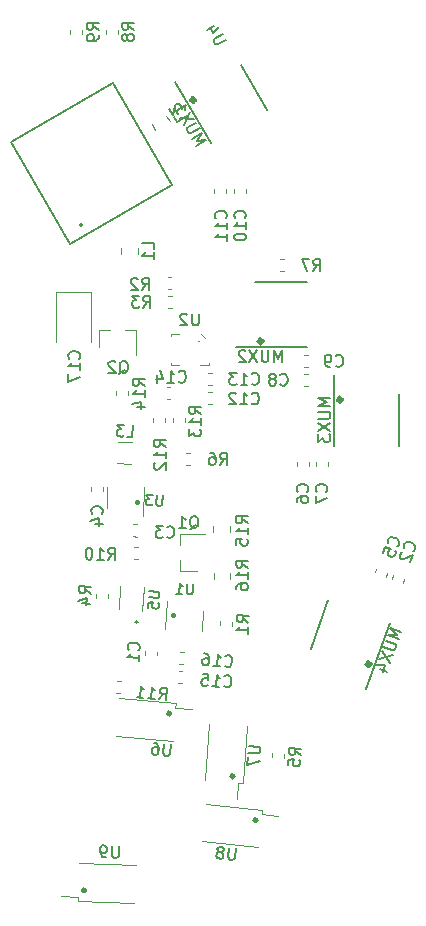
<source format=gbo>
G04 #@! TF.GenerationSoftware,KiCad,Pcbnew,(5.0.0)*
G04 #@! TF.CreationDate,2020-01-12T10:50:59+01:00*
G04 #@! TF.ProjectId,Insole_PCB,496E736F6C655F5043422E6B69636164,rev?*
G04 #@! TF.SameCoordinates,Original*
G04 #@! TF.FileFunction,Legend,Bot*
G04 #@! TF.FilePolarity,Positive*
%FSLAX46Y46*%
G04 Gerber Fmt 4.6, Leading zero omitted, Abs format (unit mm)*
G04 Created by KiCad (PCBNEW (5.0.0)) date 01/12/20 10:50:59*
%MOMM*%
%LPD*%
G01*
G04 APERTURE LIST*
%ADD10C,0.120000*%
%ADD11C,0.400000*%
%ADD12C,0.200000*%
%ADD13C,0.100000*%
%ADD14C,0.150000*%
%ADD15C,0.300000*%
G04 APERTURE END LIST*
D10*
G04 #@! TO.C,C3*
X190965600Y-182017944D02*
X191291108Y-182023626D01*
X190947798Y-183037788D02*
X191273306Y-183043470D01*
D11*
G04 #@! TO.C,U3*
X191272327Y-180157226D02*
G75*
G03X191272327Y-180157226I0J0D01*
G01*
D10*
X191854581Y-178887194D02*
X191812172Y-181316824D01*
X188754332Y-180593347D02*
X188785049Y-178833615D01*
D12*
G04 #@! TO.C,U2*
X196549453Y-166460707D02*
G75*
G03X196549453Y-166460707I0J0D01*
G01*
D13*
X194149453Y-165860707D02*
X194149453Y-166080707D01*
X194869453Y-165860707D02*
X194149453Y-165860707D01*
X194149453Y-168560707D02*
X194869453Y-168560707D01*
X194149453Y-168340707D02*
X194149453Y-168560707D01*
X197349453Y-168560707D02*
X197349453Y-168340707D01*
X197349453Y-168560707D02*
X196629453Y-168560707D01*
X197049453Y-166260707D02*
X196699453Y-165910707D01*
D10*
G04 #@! TO.C,C1*
X192969566Y-192783900D02*
X192946856Y-193108665D01*
X191952050Y-192712749D02*
X191929340Y-193037514D01*
G04 #@! TO.C,C2*
X213934370Y-186682175D02*
X213823023Y-186988099D01*
X212975883Y-186333315D02*
X212864536Y-186639239D01*
G04 #@! TO.C,C4*
X188450216Y-178844854D02*
X188444534Y-179170362D01*
X187430372Y-178827052D02*
X187424690Y-179152560D01*
G04 #@! TO.C,C5*
X212484370Y-186132175D02*
X212373023Y-186438099D01*
X211525883Y-185783315D02*
X211414536Y-186089239D01*
G04 #@! TO.C,C6*
X204839453Y-177060986D02*
X204839453Y-176735428D01*
X205859453Y-177060986D02*
X205859453Y-176735428D01*
G04 #@! TO.C,C7*
X206439453Y-177073486D02*
X206439453Y-176747928D01*
X207459453Y-177073486D02*
X207459453Y-176747928D01*
G04 #@! TO.C,C8*
X205399174Y-169300707D02*
X205724732Y-169300707D01*
X205399174Y-170320707D02*
X205724732Y-170320707D01*
G04 #@! TO.C,C9*
X205399174Y-167700707D02*
X205724732Y-167700707D01*
X205399174Y-168720707D02*
X205724732Y-168720707D01*
G04 #@! TO.C,C10*
X199464453Y-153935986D02*
X199464453Y-153610428D01*
X200484453Y-153935986D02*
X200484453Y-153610428D01*
G04 #@! TO.C,C11*
X197839453Y-153948486D02*
X197839453Y-153622928D01*
X198859453Y-153948486D02*
X198859453Y-153622928D01*
G04 #@! TO.C,C12*
X197599732Y-171820707D02*
X197274174Y-171820707D01*
X197599732Y-170800707D02*
X197274174Y-170800707D01*
G04 #@! TO.C,C13*
X197599732Y-170220707D02*
X197274174Y-170220707D01*
X197599732Y-169200707D02*
X197274174Y-169200707D01*
G04 #@! TO.C,C14*
X193786674Y-170400707D02*
X194112232Y-170400707D01*
X193786674Y-171420707D02*
X194112232Y-171420707D01*
G04 #@! TO.C,L1*
X189909453Y-159116959D02*
X189909453Y-158594455D01*
X191329453Y-159116959D02*
X191329453Y-158594455D01*
G04 #@! TO.C,L2*
X192815201Y-148601958D02*
X192553949Y-148149456D01*
X194044957Y-147891958D02*
X193783705Y-147439456D01*
D11*
G04 #@! TO.C,MUX1*
X196165709Y-146088464D02*
G75*
G03X196165709Y-146088464I-158114J0D01*
G01*
D14*
X194537082Y-144541461D02*
X197524582Y-149715963D01*
X200109372Y-143142951D02*
X202309372Y-146953463D01*
D11*
G04 #@! TO.C,MUX2*
X201907567Y-166510707D02*
G75*
G03X201907567Y-166510707I-158114J0D01*
G01*
D14*
X199674453Y-167010707D02*
X205649453Y-167010707D01*
X201249453Y-161485707D02*
X205649453Y-161485707D01*
D11*
G04 #@! TO.C,MUX3*
X208607567Y-171460707D02*
G75*
G03X208607567Y-171460707I-158114J0D01*
G01*
D14*
X207949453Y-169385707D02*
X207949453Y-175360707D01*
X213474453Y-170960707D02*
X213474453Y-175360707D01*
D11*
G04 #@! TO.C,MUX4*
X211037426Y-193844831D02*
G75*
G03X211037426Y-193844831I-158114J0D01*
G01*
D14*
X210639466Y-195965703D02*
X212683037Y-190351040D01*
X205986346Y-192596026D02*
X207491235Y-188461378D01*
D10*
G04 #@! TO.C,Q2*
X188069453Y-165550707D02*
X188069453Y-167010707D01*
X191229453Y-165550707D02*
X191229453Y-167710707D01*
X191229453Y-165550707D02*
X190299453Y-165550707D01*
X188069453Y-165550707D02*
X188999453Y-165550707D01*
G04 #@! TO.C,R1*
X198312848Y-190530151D02*
X198329886Y-190205039D01*
X199331450Y-190583533D02*
X199348488Y-190258421D01*
G04 #@! TO.C,R2*
X193874174Y-161100707D02*
X194199732Y-161100707D01*
X193874174Y-162120707D02*
X194199732Y-162120707D01*
G04 #@! TO.C,R3*
X193886674Y-162700707D02*
X194212232Y-162700707D01*
X193886674Y-163720707D02*
X194212232Y-163720707D01*
G04 #@! TO.C,R4*
X188854823Y-187935826D02*
X188843461Y-188261186D01*
X187835445Y-187900228D02*
X187824083Y-188225588D01*
G04 #@! TO.C,R5*
X202729340Y-201737514D02*
X202752050Y-201412749D01*
X203746856Y-201808665D02*
X203769566Y-201483900D01*
G04 #@! TO.C,R6*
X195474174Y-176000707D02*
X195799732Y-176000707D01*
X195474174Y-177020707D02*
X195799732Y-177020707D01*
G04 #@! TO.C,R7*
X203386674Y-159550707D02*
X203712232Y-159550707D01*
X203386674Y-160570707D02*
X203712232Y-160570707D01*
G04 #@! TO.C,R8*
X188639453Y-140460986D02*
X188639453Y-140135428D01*
X189659453Y-140460986D02*
X189659453Y-140135428D01*
G04 #@! TO.C,R9*
X185639453Y-140473486D02*
X185639453Y-140147928D01*
X186659453Y-140473486D02*
X186659453Y-140147928D01*
G04 #@! TO.C,R10*
X191021174Y-183942707D02*
X191346732Y-183942707D01*
X191021174Y-184962707D02*
X191346732Y-184962707D01*
G04 #@! TO.C,R11*
X189851666Y-196332953D02*
X189527347Y-196304579D01*
X189940565Y-195316835D02*
X189616246Y-195288461D01*
G04 #@! TO.C,R12*
X192639453Y-173360986D02*
X192639453Y-173035428D01*
X193659453Y-173360986D02*
X193659453Y-173035428D01*
G04 #@! TO.C,R13*
X195359453Y-173047928D02*
X195359453Y-173373486D01*
X194339453Y-173047928D02*
X194339453Y-173373486D01*
G04 #@! TO.C,R14*
X189539453Y-171085986D02*
X189539453Y-170760428D01*
X190559453Y-171085986D02*
X190559453Y-170760428D01*
D11*
G04 #@! TO.C,U1*
X194321689Y-189661536D02*
G75*
G03X194321689Y-189661536I0J0D01*
G01*
D10*
X193695467Y-190910474D02*
X193822643Y-188483804D01*
X196853371Y-189313557D02*
X196761259Y-191071145D01*
D15*
G04 #@! TO.C,U4*
X186575929Y-156638014D02*
G75*
G03X186575929Y-156638014I0J0D01*
G01*
D14*
X194282241Y-153285738D02*
X185621987Y-158285738D01*
X189282241Y-144625484D02*
X194282241Y-153285738D01*
X180621987Y-149625484D02*
X189282241Y-144625484D01*
X185621987Y-158285738D02*
X180621987Y-149625484D01*
D12*
G04 #@! TO.C,U5*
X191358234Y-190304665D02*
G75*
G02X191158722Y-190290713I-99756J6976D01*
G01*
X191158721Y-190290713D02*
G75*
G02X191358235Y-190304665I99757J-6976D01*
G01*
X191158722Y-190290713D02*
X191158722Y-190290713D01*
X191358235Y-190304665D02*
X191358235Y-190304665D01*
D13*
X189871645Y-187193386D02*
X189732132Y-189188515D01*
X191866774Y-187332899D02*
X191727261Y-189328028D01*
D11*
G04 #@! TO.C,U6*
X194069584Y-198028776D02*
G75*
G03X194069584Y-198028776I-70710J0D01*
G01*
D10*
X194300000Y-200323754D02*
X189518265Y-199905407D01*
X194578898Y-197135931D02*
X189797163Y-196717584D01*
X194544036Y-197534409D02*
X195938708Y-197656427D01*
X194578898Y-197135931D02*
X194544036Y-197534409D01*
D11*
G04 #@! TO.C,U7*
X199436042Y-203351420D02*
G75*
G03X199436042Y-203351420I-70710J0D01*
G01*
D10*
X197075959Y-203692553D02*
X197410790Y-198904245D01*
X200268164Y-203915774D02*
X200602995Y-199127466D01*
X199869139Y-203887871D02*
X199771480Y-205284461D01*
X200268164Y-203915774D02*
X199869139Y-203887871D01*
D11*
G04 #@! TO.C,U8*
X201377698Y-207062872D02*
G75*
G03X201377698Y-207062872I-70710J0D01*
G01*
D10*
X201568015Y-209362756D02*
X196794310Y-208861019D01*
X201902506Y-206180285D02*
X197128801Y-205678549D01*
X201860694Y-206578094D02*
X203253025Y-206724434D01*
X201902506Y-206180285D02*
X201860694Y-206578094D01*
D11*
G04 #@! TO.C,U9*
X186868637Y-213004002D02*
G75*
G03X186868637Y-213004002I-70711J0D01*
G01*
D10*
X186377103Y-210727929D02*
X191174179Y-210895447D01*
X186265425Y-213925980D02*
X191062501Y-214093497D01*
X186279385Y-213526223D02*
X184880237Y-213477364D01*
X186265425Y-213925980D02*
X186279385Y-213526223D01*
G04 #@! TO.C,C15*
X194808228Y-194395527D02*
X195132993Y-194418237D01*
X194737077Y-195413043D02*
X195061842Y-195435753D01*
G04 #@! TO.C,C16*
X194927647Y-192825593D02*
X195252412Y-192848303D01*
X194856496Y-193843109D02*
X195181261Y-193865819D01*
G04 #@! TO.C,C17*
X187409453Y-162340707D02*
X187409453Y-166550707D01*
X184389453Y-162340707D02*
X187409453Y-162340707D01*
X184389453Y-166550707D02*
X184389453Y-162340707D01*
G04 #@! TO.C,Q1*
X194889453Y-185950707D02*
X194889453Y-185020707D01*
X194889453Y-182790707D02*
X194889453Y-183720707D01*
X194889453Y-182790707D02*
X197049453Y-182790707D01*
X194889453Y-185950707D02*
X196349453Y-185950707D01*
G04 #@! TO.C,R15*
X199149453Y-182174629D02*
X199149453Y-182691785D01*
X197729453Y-182174629D02*
X197729453Y-182691785D01*
G04 #@! TO.C,R16*
X197769453Y-186119629D02*
X197769453Y-186636785D01*
X199189453Y-186119629D02*
X199189453Y-186636785D01*
G04 #@! TO.C,L3*
X190841307Y-175051353D02*
X189637362Y-175030338D01*
X190809544Y-176871076D02*
X189605599Y-176850061D01*
G04 #@! TO.C,C3*
D14*
X193807400Y-183062599D02*
X193854181Y-183111042D01*
X193996185Y-183161147D01*
X194091408Y-183162809D01*
X194235075Y-183117690D01*
X194331961Y-183024129D01*
X194381235Y-182929736D01*
X194432171Y-182740120D01*
X194434664Y-182597285D01*
X194390376Y-182406006D01*
X194344427Y-182309952D01*
X194250865Y-182213066D01*
X194108861Y-182162961D01*
X194013637Y-182161299D01*
X193869971Y-182206417D01*
X193821528Y-182253198D01*
X193489907Y-182152157D02*
X192870954Y-182141353D01*
X193197588Y-182528065D01*
X193054753Y-182525572D01*
X192958698Y-182571522D01*
X192910255Y-182618302D01*
X192860981Y-182712695D01*
X192856826Y-182950754D01*
X192902776Y-183046808D01*
X192949556Y-183095251D01*
X193043949Y-183144525D01*
X193329620Y-183149512D01*
X193425674Y-183103562D01*
X193474117Y-183056781D01*
G04 #@! TO.C,U3*
X193457664Y-179533892D02*
X193444949Y-180262352D01*
X193400602Y-180347306D01*
X193357003Y-180389408D01*
X193270554Y-180430763D01*
X193099152Y-180427771D01*
X193014199Y-180383424D01*
X192972096Y-180339826D01*
X192930741Y-180253377D01*
X192943457Y-179524916D01*
X192600652Y-179518933D02*
X192043594Y-179509209D01*
X192337564Y-179857250D01*
X192209012Y-179855006D01*
X192122563Y-179896361D01*
X192078965Y-179938463D01*
X192034618Y-180023416D01*
X192030878Y-180237670D01*
X192072233Y-180324119D01*
X192114336Y-180367717D01*
X192199289Y-180412064D01*
X192456393Y-180416552D01*
X192542842Y-180375197D01*
X192586440Y-180333094D01*
G04 #@! TO.C,U2*
X196511357Y-164163087D02*
X196511357Y-164972611D01*
X196463738Y-165067849D01*
X196416119Y-165115468D01*
X196320881Y-165163087D01*
X196130405Y-165163087D01*
X196035167Y-165115468D01*
X195987548Y-165067849D01*
X195939929Y-164972611D01*
X195939929Y-164163087D01*
X195511357Y-164258326D02*
X195463738Y-164210707D01*
X195368500Y-164163087D01*
X195130405Y-164163087D01*
X195035167Y-164210707D01*
X194987548Y-164258326D01*
X194939929Y-164353564D01*
X194939929Y-164448802D01*
X194987548Y-164591659D01*
X195558976Y-165163087D01*
X194939929Y-165163087D01*
G04 #@! TO.C,C1*
X191390834Y-192669607D02*
X191441659Y-192625426D01*
X191499128Y-192486238D01*
X191505771Y-192391232D01*
X191468233Y-192245401D01*
X191379871Y-192143752D01*
X191288186Y-192089605D01*
X191101496Y-192028815D01*
X190958987Y-192018850D01*
X190765653Y-192053066D01*
X190667325Y-192093926D01*
X190565675Y-192182288D01*
X190508207Y-192321476D01*
X190501563Y-192416482D01*
X190539101Y-192562313D01*
X190583283Y-192613137D01*
X191419406Y-193626311D02*
X191459267Y-193056275D01*
X191439336Y-193341293D02*
X190441772Y-193271537D01*
X190590925Y-193186496D01*
X190692574Y-193098133D01*
X190746721Y-193006449D01*
G04 #@! TO.C,C2*
X214642060Y-184276241D02*
X214703094Y-184247781D01*
X214796702Y-184129825D01*
X214829275Y-184040331D01*
X214833388Y-183889802D01*
X214776467Y-183767734D01*
X214703259Y-183690414D01*
X214540556Y-183580520D01*
X214406314Y-183531660D01*
X214211039Y-183511260D01*
X214105257Y-183523434D01*
X213983190Y-183580356D01*
X213889582Y-183698311D01*
X213857009Y-183787805D01*
X213852896Y-183938334D01*
X213881357Y-183999368D01*
X213751063Y-184357346D02*
X213690029Y-184385806D01*
X213612709Y-184459014D01*
X213531276Y-184682751D01*
X213543449Y-184788532D01*
X213571910Y-184849566D01*
X213645118Y-184926886D01*
X213734612Y-184959460D01*
X213885141Y-184963572D01*
X214617548Y-184622045D01*
X214405821Y-185203760D01*
G04 #@! TO.C,C4*
X188297450Y-181124298D02*
X188345893Y-181077517D01*
X188395998Y-180935513D01*
X188397660Y-180840290D01*
X188352541Y-180696623D01*
X188258980Y-180599737D01*
X188164587Y-180550463D01*
X187974971Y-180499527D01*
X187832136Y-180497034D01*
X187640857Y-180541322D01*
X187544803Y-180587271D01*
X187447917Y-180680833D01*
X187397812Y-180822837D01*
X187396150Y-180918061D01*
X187441268Y-181061727D01*
X187488049Y-181110170D01*
X187711149Y-181971338D02*
X188377714Y-181982973D01*
X187334410Y-181726630D02*
X188052742Y-181501037D01*
X188041938Y-182119991D01*
G04 #@! TO.C,C5*
X213292060Y-183876241D02*
X213353094Y-183847781D01*
X213446702Y-183729825D01*
X213479275Y-183640331D01*
X213483388Y-183489802D01*
X213426467Y-183367734D01*
X213353259Y-183290414D01*
X213190556Y-183180520D01*
X213056314Y-183131660D01*
X212861039Y-183111260D01*
X212755257Y-183123434D01*
X212633190Y-183180356D01*
X212539582Y-183298311D01*
X212507009Y-183387805D01*
X212502896Y-183538334D01*
X212531357Y-183599368D01*
X212132415Y-184416992D02*
X212295282Y-183969520D01*
X212759042Y-184087639D01*
X212698008Y-184116100D01*
X212620687Y-184189308D01*
X212539254Y-184413044D01*
X212551428Y-184518825D01*
X212579888Y-184579859D01*
X212653096Y-184657180D01*
X212876832Y-184738613D01*
X212982614Y-184726439D01*
X213043648Y-184697979D01*
X213120968Y-184624771D01*
X213202401Y-184401034D01*
X213190228Y-184295253D01*
X213161767Y-184234219D01*
G04 #@! TO.C,C6*
X205706595Y-179244040D02*
X205754214Y-179196421D01*
X205801833Y-179053564D01*
X205801833Y-178958326D01*
X205754214Y-178815468D01*
X205658976Y-178720230D01*
X205563738Y-178672611D01*
X205373262Y-178624992D01*
X205230405Y-178624992D01*
X205039929Y-178672611D01*
X204944691Y-178720230D01*
X204849453Y-178815468D01*
X204801833Y-178958326D01*
X204801833Y-179053564D01*
X204849453Y-179196421D01*
X204897072Y-179244040D01*
X204801833Y-180101183D02*
X204801833Y-179910707D01*
X204849453Y-179815468D01*
X204897072Y-179767849D01*
X205039929Y-179672611D01*
X205230405Y-179624992D01*
X205611357Y-179624992D01*
X205706595Y-179672611D01*
X205754214Y-179720230D01*
X205801833Y-179815468D01*
X205801833Y-180005945D01*
X205754214Y-180101183D01*
X205706595Y-180148802D01*
X205611357Y-180196421D01*
X205373262Y-180196421D01*
X205278024Y-180148802D01*
X205230405Y-180101183D01*
X205182786Y-180005945D01*
X205182786Y-179815468D01*
X205230405Y-179720230D01*
X205278024Y-179672611D01*
X205373262Y-179624992D01*
G04 #@! TO.C,C7*
X207306595Y-179244040D02*
X207354214Y-179196421D01*
X207401833Y-179053564D01*
X207401833Y-178958326D01*
X207354214Y-178815468D01*
X207258976Y-178720230D01*
X207163738Y-178672611D01*
X206973262Y-178624992D01*
X206830405Y-178624992D01*
X206639929Y-178672611D01*
X206544691Y-178720230D01*
X206449453Y-178815468D01*
X206401833Y-178958326D01*
X206401833Y-179053564D01*
X206449453Y-179196421D01*
X206497072Y-179244040D01*
X206401833Y-179577373D02*
X206401833Y-180244040D01*
X207401833Y-179815468D01*
G04 #@! TO.C,C8*
X203416119Y-170167849D02*
X203463738Y-170215468D01*
X203606595Y-170263087D01*
X203701833Y-170263087D01*
X203844691Y-170215468D01*
X203939929Y-170120230D01*
X203987548Y-170024992D01*
X204035167Y-169834516D01*
X204035167Y-169691659D01*
X203987548Y-169501183D01*
X203939929Y-169405945D01*
X203844691Y-169310707D01*
X203701833Y-169263087D01*
X203606595Y-169263087D01*
X203463738Y-169310707D01*
X203416119Y-169358326D01*
X202844691Y-169691659D02*
X202939929Y-169644040D01*
X202987548Y-169596421D01*
X203035167Y-169501183D01*
X203035167Y-169453564D01*
X202987548Y-169358326D01*
X202939929Y-169310707D01*
X202844691Y-169263087D01*
X202654214Y-169263087D01*
X202558976Y-169310707D01*
X202511357Y-169358326D01*
X202463738Y-169453564D01*
X202463738Y-169501183D01*
X202511357Y-169596421D01*
X202558976Y-169644040D01*
X202654214Y-169691659D01*
X202844691Y-169691659D01*
X202939929Y-169739278D01*
X202987548Y-169786897D01*
X203035167Y-169882135D01*
X203035167Y-170072611D01*
X202987548Y-170167849D01*
X202939929Y-170215468D01*
X202844691Y-170263087D01*
X202654214Y-170263087D01*
X202558976Y-170215468D01*
X202511357Y-170167849D01*
X202463738Y-170072611D01*
X202463738Y-169882135D01*
X202511357Y-169786897D01*
X202558976Y-169739278D01*
X202654214Y-169691659D01*
G04 #@! TO.C,C9*
X208116119Y-168567849D02*
X208163738Y-168615468D01*
X208306595Y-168663087D01*
X208401833Y-168663087D01*
X208544691Y-168615468D01*
X208639929Y-168520230D01*
X208687548Y-168424992D01*
X208735167Y-168234516D01*
X208735167Y-168091659D01*
X208687548Y-167901183D01*
X208639929Y-167805945D01*
X208544691Y-167710707D01*
X208401833Y-167663087D01*
X208306595Y-167663087D01*
X208163738Y-167710707D01*
X208116119Y-167758326D01*
X207639929Y-168663087D02*
X207449453Y-168663087D01*
X207354214Y-168615468D01*
X207306595Y-168567849D01*
X207211357Y-168424992D01*
X207163738Y-168234516D01*
X207163738Y-167853564D01*
X207211357Y-167758326D01*
X207258976Y-167710707D01*
X207354214Y-167663087D01*
X207544691Y-167663087D01*
X207639929Y-167710707D01*
X207687548Y-167758326D01*
X207735167Y-167853564D01*
X207735167Y-168091659D01*
X207687548Y-168186897D01*
X207639929Y-168234516D01*
X207544691Y-168282135D01*
X207354214Y-168282135D01*
X207258976Y-168234516D01*
X207211357Y-168186897D01*
X207163738Y-168091659D01*
G04 #@! TO.C,C10*
X200406595Y-156067849D02*
X200454214Y-156020230D01*
X200501833Y-155877373D01*
X200501833Y-155782135D01*
X200454214Y-155639278D01*
X200358976Y-155544040D01*
X200263738Y-155496421D01*
X200073262Y-155448802D01*
X199930405Y-155448802D01*
X199739929Y-155496421D01*
X199644691Y-155544040D01*
X199549453Y-155639278D01*
X199501833Y-155782135D01*
X199501833Y-155877373D01*
X199549453Y-156020230D01*
X199597072Y-156067849D01*
X200501833Y-157020230D02*
X200501833Y-156448802D01*
X200501833Y-156734516D02*
X199501833Y-156734516D01*
X199644691Y-156639278D01*
X199739929Y-156544040D01*
X199787548Y-156448802D01*
X199501833Y-157639278D02*
X199501833Y-157734516D01*
X199549453Y-157829754D01*
X199597072Y-157877373D01*
X199692310Y-157924992D01*
X199882786Y-157972611D01*
X200120881Y-157972611D01*
X200311357Y-157924992D01*
X200406595Y-157877373D01*
X200454214Y-157829754D01*
X200501833Y-157734516D01*
X200501833Y-157639278D01*
X200454214Y-157544040D01*
X200406595Y-157496421D01*
X200311357Y-157448802D01*
X200120881Y-157401183D01*
X199882786Y-157401183D01*
X199692310Y-157448802D01*
X199597072Y-157496421D01*
X199549453Y-157544040D01*
X199501833Y-157639278D01*
G04 #@! TO.C,C11*
X198781595Y-156092849D02*
X198829214Y-156045230D01*
X198876833Y-155902373D01*
X198876833Y-155807135D01*
X198829214Y-155664278D01*
X198733976Y-155569040D01*
X198638738Y-155521421D01*
X198448262Y-155473802D01*
X198305405Y-155473802D01*
X198114929Y-155521421D01*
X198019691Y-155569040D01*
X197924453Y-155664278D01*
X197876833Y-155807135D01*
X197876833Y-155902373D01*
X197924453Y-156045230D01*
X197972072Y-156092849D01*
X198876833Y-157045230D02*
X198876833Y-156473802D01*
X198876833Y-156759516D02*
X197876833Y-156759516D01*
X198019691Y-156664278D01*
X198114929Y-156569040D01*
X198162548Y-156473802D01*
X198876833Y-157997611D02*
X198876833Y-157426183D01*
X198876833Y-157711897D02*
X197876833Y-157711897D01*
X198019691Y-157616659D01*
X198114929Y-157521421D01*
X198162548Y-157426183D01*
G04 #@! TO.C,C12*
X200992310Y-171767849D02*
X201039929Y-171815468D01*
X201182786Y-171863087D01*
X201278024Y-171863087D01*
X201420881Y-171815468D01*
X201516119Y-171720230D01*
X201563738Y-171624992D01*
X201611357Y-171434516D01*
X201611357Y-171291659D01*
X201563738Y-171101183D01*
X201516119Y-171005945D01*
X201420881Y-170910707D01*
X201278024Y-170863087D01*
X201182786Y-170863087D01*
X201039929Y-170910707D01*
X200992310Y-170958326D01*
X200039929Y-171863087D02*
X200611357Y-171863087D01*
X200325643Y-171863087D02*
X200325643Y-170863087D01*
X200420881Y-171005945D01*
X200516119Y-171101183D01*
X200611357Y-171148802D01*
X199658976Y-170958326D02*
X199611357Y-170910707D01*
X199516119Y-170863087D01*
X199278024Y-170863087D01*
X199182786Y-170910707D01*
X199135167Y-170958326D01*
X199087548Y-171053564D01*
X199087548Y-171148802D01*
X199135167Y-171291659D01*
X199706595Y-171863087D01*
X199087548Y-171863087D01*
G04 #@! TO.C,C13*
X201002310Y-170097849D02*
X201049929Y-170145468D01*
X201192786Y-170193087D01*
X201288024Y-170193087D01*
X201430881Y-170145468D01*
X201526119Y-170050230D01*
X201573738Y-169954992D01*
X201621357Y-169764516D01*
X201621357Y-169621659D01*
X201573738Y-169431183D01*
X201526119Y-169335945D01*
X201430881Y-169240707D01*
X201288024Y-169193087D01*
X201192786Y-169193087D01*
X201049929Y-169240707D01*
X201002310Y-169288326D01*
X200049929Y-170193087D02*
X200621357Y-170193087D01*
X200335643Y-170193087D02*
X200335643Y-169193087D01*
X200430881Y-169335945D01*
X200526119Y-169431183D01*
X200621357Y-169478802D01*
X199716595Y-169193087D02*
X199097548Y-169193087D01*
X199430881Y-169574040D01*
X199288024Y-169574040D01*
X199192786Y-169621659D01*
X199145167Y-169669278D01*
X199097548Y-169764516D01*
X199097548Y-170002611D01*
X199145167Y-170097849D01*
X199192786Y-170145468D01*
X199288024Y-170193087D01*
X199573738Y-170193087D01*
X199668976Y-170145468D01*
X199716595Y-170097849D01*
G04 #@! TO.C,C14*
X194812310Y-169917849D02*
X194859929Y-169965468D01*
X195002786Y-170013087D01*
X195098024Y-170013087D01*
X195240881Y-169965468D01*
X195336119Y-169870230D01*
X195383738Y-169774992D01*
X195431357Y-169584516D01*
X195431357Y-169441659D01*
X195383738Y-169251183D01*
X195336119Y-169155945D01*
X195240881Y-169060707D01*
X195098024Y-169013087D01*
X195002786Y-169013087D01*
X194859929Y-169060707D01*
X194812310Y-169108326D01*
X193859929Y-170013087D02*
X194431357Y-170013087D01*
X194145643Y-170013087D02*
X194145643Y-169013087D01*
X194240881Y-169155945D01*
X194336119Y-169251183D01*
X194431357Y-169298802D01*
X193002786Y-169346421D02*
X193002786Y-170013087D01*
X193240881Y-168965468D02*
X193478976Y-169679754D01*
X192859929Y-169679754D01*
G04 #@! TO.C,L1*
X192721833Y-158689040D02*
X192721833Y-158212849D01*
X191721833Y-158212849D01*
X192721833Y-159546183D02*
X192721833Y-158974754D01*
X192721833Y-159260468D02*
X191721833Y-159260468D01*
X191864691Y-159165230D01*
X191959929Y-159069992D01*
X192007548Y-158974754D01*
G04 #@! TO.C,L2*
X194419954Y-147566235D02*
X194658050Y-147978628D01*
X195524075Y-147478628D01*
X195060644Y-146866418D02*
X195078074Y-146801369D01*
X195071694Y-146695081D01*
X194952647Y-146488884D01*
X194863788Y-146430215D01*
X194798739Y-146412785D01*
X194692451Y-146419165D01*
X194609973Y-146466784D01*
X194510064Y-146579452D01*
X194300907Y-147360038D01*
X193991383Y-146823927D01*
G04 #@! TO.C,MUX1*
X196288051Y-149978991D02*
X197154076Y-149478991D01*
X196368820Y-149547458D01*
X196820743Y-148901640D01*
X195954718Y-149401640D01*
X196582648Y-148489247D02*
X195881580Y-148894009D01*
X195775292Y-148900389D01*
X195710243Y-148882959D01*
X195621384Y-148824290D01*
X195526146Y-148659333D01*
X195519767Y-148553045D01*
X195537196Y-148487996D01*
X195595865Y-148399137D01*
X196296934Y-147994376D01*
X196106457Y-147664461D02*
X194907099Y-147587111D01*
X195773124Y-147087111D02*
X195240432Y-148164461D01*
X194454718Y-146803564D02*
X194740432Y-147298436D01*
X194597575Y-147051000D02*
X195463600Y-146551000D01*
X195387501Y-146704907D01*
X195352642Y-146835005D01*
X195359022Y-146941293D01*
G04 #@! TO.C,MUX2*
X203558976Y-168263087D02*
X203558976Y-167263087D01*
X203225643Y-167977373D01*
X202892310Y-167263087D01*
X202892310Y-168263087D01*
X202416119Y-167263087D02*
X202416119Y-168072611D01*
X202368500Y-168167849D01*
X202320881Y-168215468D01*
X202225643Y-168263087D01*
X202035167Y-168263087D01*
X201939929Y-168215468D01*
X201892310Y-168167849D01*
X201844691Y-168072611D01*
X201844691Y-167263087D01*
X201463738Y-167263087D02*
X200797072Y-168263087D01*
X200797072Y-167263087D02*
X201463738Y-168263087D01*
X200463738Y-167358326D02*
X200416119Y-167310707D01*
X200320881Y-167263087D01*
X200082786Y-167263087D01*
X199987548Y-167310707D01*
X199939929Y-167358326D01*
X199892310Y-167453564D01*
X199892310Y-167548802D01*
X199939929Y-167691659D01*
X200511357Y-168263087D01*
X199892310Y-168263087D01*
G04 #@! TO.C,MUX3*
X207651833Y-171351183D02*
X206651833Y-171351183D01*
X207366119Y-171684516D01*
X206651833Y-172017849D01*
X207651833Y-172017849D01*
X206651833Y-172494040D02*
X207461357Y-172494040D01*
X207556595Y-172541659D01*
X207604214Y-172589278D01*
X207651833Y-172684516D01*
X207651833Y-172874992D01*
X207604214Y-172970230D01*
X207556595Y-173017849D01*
X207461357Y-173065468D01*
X206651833Y-173065468D01*
X206651833Y-173446421D02*
X207651833Y-174113087D01*
X206651833Y-174113087D02*
X207651833Y-173446421D01*
X206651833Y-174398802D02*
X206651833Y-175017849D01*
X207032786Y-174684516D01*
X207032786Y-174827373D01*
X207080405Y-174922611D01*
X207128024Y-174970230D01*
X207223262Y-175017849D01*
X207461357Y-175017849D01*
X207556595Y-174970230D01*
X207604214Y-174922611D01*
X207651833Y-174827373D01*
X207651833Y-174541659D01*
X207604214Y-174446421D01*
X207556595Y-174398802D01*
G04 #@! TO.C,MUX4*
X213679354Y-191129206D02*
X212739662Y-190787186D01*
X213296864Y-191344717D01*
X212511648Y-191413647D01*
X213451341Y-191755667D01*
X212348781Y-191861120D02*
X213109485Y-192137993D01*
X213182693Y-192215314D01*
X213211153Y-192276348D01*
X213223327Y-192382129D01*
X213158181Y-192561118D01*
X213080860Y-192634326D01*
X213019826Y-192662787D01*
X212914045Y-192674961D01*
X212153341Y-192398087D01*
X212023048Y-192756065D02*
X212734727Y-193724547D01*
X211795034Y-193382527D02*
X212962741Y-193098086D01*
X211831392Y-194257237D02*
X212457854Y-194485251D01*
X211554847Y-193903208D02*
X212307489Y-193923771D01*
X212095763Y-194505486D01*
G04 #@! TO.C,Q2*
X189774691Y-169288326D02*
X189869929Y-169240707D01*
X189965167Y-169145468D01*
X190108024Y-169002611D01*
X190203262Y-168954992D01*
X190298500Y-168954992D01*
X190250881Y-169193087D02*
X190346119Y-169145468D01*
X190441357Y-169050230D01*
X190488976Y-168859754D01*
X190488976Y-168526421D01*
X190441357Y-168335945D01*
X190346119Y-168240707D01*
X190250881Y-168193087D01*
X190060405Y-168193087D01*
X189965167Y-168240707D01*
X189869929Y-168335945D01*
X189822310Y-168526421D01*
X189822310Y-168859754D01*
X189869929Y-169050230D01*
X189965167Y-169145468D01*
X190060405Y-169193087D01*
X190250881Y-169193087D01*
X189441357Y-168288326D02*
X189393738Y-168240707D01*
X189298500Y-168193087D01*
X189060405Y-168193087D01*
X188965167Y-168240707D01*
X188917548Y-168288326D01*
X188869929Y-168383564D01*
X188869929Y-168478802D01*
X188917548Y-168621659D01*
X189488976Y-169193087D01*
X188869929Y-169193087D01*
G04 #@! TO.C,R1*
X200719191Y-190326363D02*
X200261099Y-189968565D01*
X200749097Y-189755718D02*
X199750468Y-189703382D01*
X199730530Y-190083812D01*
X199773100Y-190181412D01*
X199818161Y-190231458D01*
X199910777Y-190283996D01*
X200053438Y-190291472D01*
X200151038Y-190248903D01*
X200201084Y-190203841D01*
X200253622Y-190111226D01*
X200273560Y-189730796D01*
X200669347Y-191277439D02*
X200699254Y-190706793D01*
X200684301Y-190992116D02*
X199685671Y-190939780D01*
X199833317Y-190852149D01*
X199933409Y-190762026D01*
X199985947Y-190669411D01*
G04 #@! TO.C,R2*
X191716119Y-162163087D02*
X192049453Y-161686897D01*
X192287548Y-162163087D02*
X192287548Y-161163087D01*
X191906595Y-161163087D01*
X191811357Y-161210707D01*
X191763738Y-161258326D01*
X191716119Y-161353564D01*
X191716119Y-161496421D01*
X191763738Y-161591659D01*
X191811357Y-161639278D01*
X191906595Y-161686897D01*
X192287548Y-161686897D01*
X191335167Y-161258326D02*
X191287548Y-161210707D01*
X191192310Y-161163087D01*
X190954214Y-161163087D01*
X190858976Y-161210707D01*
X190811357Y-161258326D01*
X190763738Y-161353564D01*
X190763738Y-161448802D01*
X190811357Y-161591659D01*
X191382786Y-162163087D01*
X190763738Y-162163087D01*
G04 #@! TO.C,R3*
X191816119Y-163663087D02*
X192149453Y-163186897D01*
X192387548Y-163663087D02*
X192387548Y-162663087D01*
X192006595Y-162663087D01*
X191911357Y-162710707D01*
X191863738Y-162758326D01*
X191816119Y-162853564D01*
X191816119Y-162996421D01*
X191863738Y-163091659D01*
X191911357Y-163139278D01*
X192006595Y-163186897D01*
X192387548Y-163186897D01*
X191482786Y-162663087D02*
X190863738Y-162663087D01*
X191197072Y-163044040D01*
X191054214Y-163044040D01*
X190958976Y-163091659D01*
X190911357Y-163139278D01*
X190863738Y-163234516D01*
X190863738Y-163472611D01*
X190911357Y-163567849D01*
X190958976Y-163615468D01*
X191054214Y-163663087D01*
X191339929Y-163663087D01*
X191435167Y-163615468D01*
X191482786Y-163567849D01*
G04 #@! TO.C,R4*
X187368245Y-187880023D02*
X186903978Y-187530274D01*
X187388188Y-187308943D02*
X186388797Y-187274043D01*
X186375502Y-187654764D01*
X186419768Y-187751606D01*
X186465697Y-187800857D01*
X186559215Y-187851771D01*
X186701985Y-187856757D01*
X186798827Y-187812491D01*
X186848079Y-187766562D01*
X186898993Y-187673044D01*
X186912288Y-187292324D01*
X186672071Y-188713378D02*
X187338332Y-188736644D01*
X186299660Y-188462132D02*
X187021820Y-188249110D01*
X187000216Y-188867781D01*
G04 #@! TO.C,R5*
X205138875Y-201575754D02*
X204687096Y-201210016D01*
X205178735Y-201005718D02*
X204181171Y-200935961D01*
X204154597Y-201315986D01*
X204195457Y-201414313D01*
X204239638Y-201465138D01*
X204331323Y-201519285D01*
X204473832Y-201529250D01*
X204572160Y-201488390D01*
X204622984Y-201444209D01*
X204677131Y-201352525D01*
X204703705Y-200972500D01*
X204078198Y-202408556D02*
X204111415Y-201933525D01*
X204589767Y-201919240D01*
X204538942Y-201963421D01*
X204484796Y-202055105D01*
X204468187Y-202292621D01*
X204509047Y-202390948D01*
X204553228Y-202441773D01*
X204644912Y-202495920D01*
X204882428Y-202512528D01*
X204980755Y-202471669D01*
X205031580Y-202427487D01*
X205085727Y-202335803D01*
X205102335Y-202098288D01*
X205061476Y-201999960D01*
X205017295Y-201949135D01*
G04 #@! TO.C,R6*
X198316119Y-176963087D02*
X198649453Y-176486897D01*
X198887548Y-176963087D02*
X198887548Y-175963087D01*
X198506595Y-175963087D01*
X198411357Y-176010707D01*
X198363738Y-176058326D01*
X198316119Y-176153564D01*
X198316119Y-176296421D01*
X198363738Y-176391659D01*
X198411357Y-176439278D01*
X198506595Y-176486897D01*
X198887548Y-176486897D01*
X197458976Y-175963087D02*
X197649453Y-175963087D01*
X197744691Y-176010707D01*
X197792310Y-176058326D01*
X197887548Y-176201183D01*
X197935167Y-176391659D01*
X197935167Y-176772611D01*
X197887548Y-176867849D01*
X197839929Y-176915468D01*
X197744691Y-176963087D01*
X197554214Y-176963087D01*
X197458976Y-176915468D01*
X197411357Y-176867849D01*
X197363738Y-176772611D01*
X197363738Y-176534516D01*
X197411357Y-176439278D01*
X197458976Y-176391659D01*
X197554214Y-176344040D01*
X197744691Y-176344040D01*
X197839929Y-176391659D01*
X197887548Y-176439278D01*
X197935167Y-176534516D01*
G04 #@! TO.C,R7*
X206216119Y-160563087D02*
X206549453Y-160086897D01*
X206787548Y-160563087D02*
X206787548Y-159563087D01*
X206406595Y-159563087D01*
X206311357Y-159610707D01*
X206263738Y-159658326D01*
X206216119Y-159753564D01*
X206216119Y-159896421D01*
X206263738Y-159991659D01*
X206311357Y-160039278D01*
X206406595Y-160086897D01*
X206787548Y-160086897D01*
X205882786Y-159563087D02*
X205216119Y-159563087D01*
X205644691Y-160563087D01*
G04 #@! TO.C,R8*
X191031833Y-140131540D02*
X190555643Y-139798207D01*
X191031833Y-139560111D02*
X190031833Y-139560111D01*
X190031833Y-139941064D01*
X190079453Y-140036302D01*
X190127072Y-140083921D01*
X190222310Y-140131540D01*
X190365167Y-140131540D01*
X190460405Y-140083921D01*
X190508024Y-140036302D01*
X190555643Y-139941064D01*
X190555643Y-139560111D01*
X190460405Y-140702968D02*
X190412786Y-140607730D01*
X190365167Y-140560111D01*
X190269929Y-140512492D01*
X190222310Y-140512492D01*
X190127072Y-140560111D01*
X190079453Y-140607730D01*
X190031833Y-140702968D01*
X190031833Y-140893445D01*
X190079453Y-140988683D01*
X190127072Y-141036302D01*
X190222310Y-141083921D01*
X190269929Y-141083921D01*
X190365167Y-141036302D01*
X190412786Y-140988683D01*
X190460405Y-140893445D01*
X190460405Y-140702968D01*
X190508024Y-140607730D01*
X190555643Y-140560111D01*
X190650881Y-140512492D01*
X190841357Y-140512492D01*
X190936595Y-140560111D01*
X190984214Y-140607730D01*
X191031833Y-140702968D01*
X191031833Y-140893445D01*
X190984214Y-140988683D01*
X190936595Y-141036302D01*
X190841357Y-141083921D01*
X190650881Y-141083921D01*
X190555643Y-141036302D01*
X190508024Y-140988683D01*
X190460405Y-140893445D01*
G04 #@! TO.C,R9*
X188031833Y-140144040D02*
X187555643Y-139810707D01*
X188031833Y-139572611D02*
X187031833Y-139572611D01*
X187031833Y-139953564D01*
X187079453Y-140048802D01*
X187127072Y-140096421D01*
X187222310Y-140144040D01*
X187365167Y-140144040D01*
X187460405Y-140096421D01*
X187508024Y-140048802D01*
X187555643Y-139953564D01*
X187555643Y-139572611D01*
X188031833Y-140620230D02*
X188031833Y-140810707D01*
X187984214Y-140905945D01*
X187936595Y-140953564D01*
X187793738Y-141048802D01*
X187603262Y-141096421D01*
X187222310Y-141096421D01*
X187127072Y-141048802D01*
X187079453Y-141001183D01*
X187031833Y-140905945D01*
X187031833Y-140715468D01*
X187079453Y-140620230D01*
X187127072Y-140572611D01*
X187222310Y-140524992D01*
X187460405Y-140524992D01*
X187555643Y-140572611D01*
X187603262Y-140620230D01*
X187650881Y-140715468D01*
X187650881Y-140905945D01*
X187603262Y-141001183D01*
X187555643Y-141048802D01*
X187460405Y-141096421D01*
G04 #@! TO.C,R10*
X188852310Y-184993087D02*
X189185643Y-184516897D01*
X189423738Y-184993087D02*
X189423738Y-183993087D01*
X189042786Y-183993087D01*
X188947548Y-184040707D01*
X188899929Y-184088326D01*
X188852310Y-184183564D01*
X188852310Y-184326421D01*
X188899929Y-184421659D01*
X188947548Y-184469278D01*
X189042786Y-184516897D01*
X189423738Y-184516897D01*
X187899929Y-184993087D02*
X188471357Y-184993087D01*
X188185643Y-184993087D02*
X188185643Y-183993087D01*
X188280881Y-184135945D01*
X188376119Y-184231183D01*
X188471357Y-184278802D01*
X187280881Y-183993087D02*
X187185643Y-183993087D01*
X187090405Y-184040707D01*
X187042786Y-184088326D01*
X186995167Y-184183564D01*
X186947548Y-184374040D01*
X186947548Y-184612135D01*
X186995167Y-184802611D01*
X187042786Y-184897849D01*
X187090405Y-184945468D01*
X187185643Y-184993087D01*
X187280881Y-184993087D01*
X187376119Y-184945468D01*
X187423738Y-184897849D01*
X187471357Y-184802611D01*
X187518976Y-184612135D01*
X187518976Y-184374040D01*
X187471357Y-184183564D01*
X187423738Y-184088326D01*
X187376119Y-184040707D01*
X187280881Y-183993087D01*
G04 #@! TO.C,R11*
X193150436Y-196817395D02*
X193524003Y-196372068D01*
X193719690Y-196867198D02*
X193806846Y-195871003D01*
X193427343Y-195837801D01*
X193328317Y-195876938D01*
X193276729Y-195920226D01*
X193220990Y-196010951D01*
X193208540Y-196153265D01*
X193247677Y-196252291D01*
X193290964Y-196303879D01*
X193381690Y-196359617D01*
X193761193Y-196392820D01*
X192201679Y-196734389D02*
X192770933Y-196784193D01*
X192486306Y-196759291D02*
X192573462Y-195763096D01*
X192655887Y-195913710D01*
X192742462Y-196016886D01*
X192833187Y-196072625D01*
X191252922Y-196651384D02*
X191822176Y-196701187D01*
X191537549Y-196676285D02*
X191624705Y-195680091D01*
X191707130Y-195830705D01*
X191793705Y-195933881D01*
X191884430Y-195989619D01*
G04 #@! TO.C,R12*
X193701833Y-175467849D02*
X193225643Y-175134516D01*
X193701833Y-174896421D02*
X192701833Y-174896421D01*
X192701833Y-175277373D01*
X192749453Y-175372611D01*
X192797072Y-175420230D01*
X192892310Y-175467849D01*
X193035167Y-175467849D01*
X193130405Y-175420230D01*
X193178024Y-175372611D01*
X193225643Y-175277373D01*
X193225643Y-174896421D01*
X193701833Y-176420230D02*
X193701833Y-175848802D01*
X193701833Y-176134516D02*
X192701833Y-176134516D01*
X192844691Y-176039278D01*
X192939929Y-175944040D01*
X192987548Y-175848802D01*
X192797072Y-176801183D02*
X192749453Y-176848802D01*
X192701833Y-176944040D01*
X192701833Y-177182135D01*
X192749453Y-177277373D01*
X192797072Y-177324992D01*
X192892310Y-177372611D01*
X192987548Y-177372611D01*
X193130405Y-177324992D01*
X193701833Y-176753564D01*
X193701833Y-177372611D01*
G04 #@! TO.C,R13*
X196701833Y-172667849D02*
X196225643Y-172334516D01*
X196701833Y-172096421D02*
X195701833Y-172096421D01*
X195701833Y-172477373D01*
X195749453Y-172572611D01*
X195797072Y-172620230D01*
X195892310Y-172667849D01*
X196035167Y-172667849D01*
X196130405Y-172620230D01*
X196178024Y-172572611D01*
X196225643Y-172477373D01*
X196225643Y-172096421D01*
X196701833Y-173620230D02*
X196701833Y-173048802D01*
X196701833Y-173334516D02*
X195701833Y-173334516D01*
X195844691Y-173239278D01*
X195939929Y-173144040D01*
X195987548Y-173048802D01*
X195701833Y-173953564D02*
X195701833Y-174572611D01*
X196082786Y-174239278D01*
X196082786Y-174382135D01*
X196130405Y-174477373D01*
X196178024Y-174524992D01*
X196273262Y-174572611D01*
X196511357Y-174572611D01*
X196606595Y-174524992D01*
X196654214Y-174477373D01*
X196701833Y-174382135D01*
X196701833Y-174096421D01*
X196654214Y-174001183D01*
X196606595Y-173953564D01*
G04 #@! TO.C,R14*
X191931833Y-170280349D02*
X191455643Y-169947016D01*
X191931833Y-169708921D02*
X190931833Y-169708921D01*
X190931833Y-170089873D01*
X190979453Y-170185111D01*
X191027072Y-170232730D01*
X191122310Y-170280349D01*
X191265167Y-170280349D01*
X191360405Y-170232730D01*
X191408024Y-170185111D01*
X191455643Y-170089873D01*
X191455643Y-169708921D01*
X191931833Y-171232730D02*
X191931833Y-170661302D01*
X191931833Y-170947016D02*
X190931833Y-170947016D01*
X191074691Y-170851778D01*
X191169929Y-170756540D01*
X191217548Y-170661302D01*
X191265167Y-172089873D02*
X191931833Y-172089873D01*
X190884214Y-171851778D02*
X191598500Y-171613683D01*
X191598500Y-172232730D01*
G04 #@! TO.C,U1*
X196060021Y-187054412D02*
X196021891Y-187781985D01*
X195974606Y-187865339D01*
X195929565Y-187905895D01*
X195841725Y-187944207D01*
X195670532Y-187935235D01*
X195587178Y-187887951D01*
X195546622Y-187842909D01*
X195508310Y-187755070D01*
X195546440Y-187027497D01*
X194600571Y-187879161D02*
X195114152Y-187906077D01*
X194857362Y-187892619D02*
X194904464Y-186993852D01*
X194983332Y-187126733D01*
X195064443Y-187216816D01*
X195147797Y-187264100D01*
G04 #@! TO.C,U4*
X198832987Y-140972624D02*
X198131919Y-141377386D01*
X198025631Y-141383766D01*
X197960582Y-141366336D01*
X197871723Y-141307667D01*
X197776485Y-141142709D01*
X197770106Y-141036421D01*
X197787535Y-140971372D01*
X197846204Y-140882514D01*
X198547273Y-140477752D01*
X197806217Y-139860872D02*
X197228866Y-140194205D01*
X198255179Y-139876592D02*
X197755637Y-140439932D01*
X197446113Y-139903821D01*
G04 #@! TO.C,U5*
X192305629Y-187692279D02*
X193032426Y-187743101D01*
X193114942Y-187791833D01*
X193154705Y-187837575D01*
X193191478Y-187926070D01*
X193179520Y-188097081D01*
X193130788Y-188179597D01*
X193085046Y-188219360D01*
X192996551Y-188256134D01*
X192269754Y-188205312D01*
X192209963Y-189060366D02*
X192239859Y-188632839D01*
X192670376Y-188619982D01*
X192624633Y-188659745D01*
X192575901Y-188742261D01*
X192560954Y-188956025D01*
X192597727Y-189044520D01*
X192637490Y-189090262D01*
X192720006Y-189138994D01*
X192933770Y-189153942D01*
X193022265Y-189117168D01*
X193068007Y-189077405D01*
X193116739Y-188994889D01*
X193131687Y-188781125D01*
X193094913Y-188692630D01*
X193055150Y-188646888D01*
G04 #@! TO.C,U6*
X194156186Y-200631576D02*
X194085631Y-201438019D01*
X194029893Y-201528744D01*
X193978305Y-201572032D01*
X193879279Y-201611169D01*
X193689528Y-201594568D01*
X193598802Y-201538830D01*
X193555515Y-201487242D01*
X193516377Y-201388216D01*
X193586932Y-200581772D01*
X192685613Y-200502917D02*
X192875364Y-200519518D01*
X192966090Y-200575257D01*
X193009377Y-200626845D01*
X193091802Y-200777459D01*
X193122639Y-200971361D01*
X193089437Y-201350863D01*
X193033698Y-201441589D01*
X192982110Y-201484876D01*
X192883084Y-201524014D01*
X192693333Y-201507412D01*
X192602608Y-201451674D01*
X192559320Y-201400086D01*
X192520183Y-201301060D01*
X192540934Y-201063871D01*
X192596672Y-200973145D01*
X192648261Y-200929858D01*
X192747287Y-200890720D01*
X192937038Y-200907322D01*
X193027763Y-200963060D01*
X193071051Y-201014648D01*
X193110188Y-201113674D01*
G04 #@! TO.C,U7*
X200750469Y-200779874D02*
X201558021Y-200836343D01*
X201649705Y-200890490D01*
X201693887Y-200941315D01*
X201734746Y-201039642D01*
X201721459Y-201229655D01*
X201667313Y-201321339D01*
X201616488Y-201365520D01*
X201518160Y-201406380D01*
X200710608Y-201349910D01*
X200684034Y-201729935D02*
X200637530Y-202394977D01*
X201664990Y-202037206D01*
G04 #@! TO.C,U8*
X199664425Y-209445728D02*
X199579807Y-210250817D01*
X199522494Y-210340556D01*
X199470158Y-210382937D01*
X199370464Y-210420340D01*
X199181031Y-210400430D01*
X199091292Y-210343116D01*
X199048912Y-210290781D01*
X199011509Y-210191087D01*
X199096127Y-209385998D01*
X198435673Y-209747513D02*
X198535367Y-209710110D01*
X198587702Y-209667729D01*
X198645016Y-209577991D01*
X198649993Y-209530632D01*
X198612590Y-209430938D01*
X198570209Y-209378603D01*
X198480471Y-209321289D01*
X198291038Y-209301379D01*
X198191344Y-209338782D01*
X198139008Y-209381163D01*
X198081695Y-209470902D01*
X198076717Y-209518260D01*
X198114120Y-209617954D01*
X198156501Y-209670290D01*
X198246240Y-209727603D01*
X198435673Y-209747513D01*
X198525412Y-209804826D01*
X198567792Y-209857162D01*
X198605195Y-209956856D01*
X198585285Y-210146289D01*
X198527972Y-210236028D01*
X198475636Y-210278408D01*
X198375942Y-210315811D01*
X198186509Y-210295901D01*
X198096771Y-210238588D01*
X198054390Y-210186252D01*
X198016987Y-210086558D01*
X198036897Y-209897125D01*
X198094210Y-209807387D01*
X198146546Y-209765006D01*
X198246240Y-209727603D01*
G04 #@! TO.C,U9*
X189750005Y-209250011D02*
X189721753Y-210059042D01*
X189670839Y-210152560D01*
X189621587Y-210198488D01*
X189524745Y-210242754D01*
X189334385Y-210236107D01*
X189240867Y-210185193D01*
X189194939Y-210135941D01*
X189150672Y-210039099D01*
X189178924Y-209230069D01*
X188620534Y-210211179D02*
X188430174Y-210204531D01*
X188336656Y-210153617D01*
X188290728Y-210104365D01*
X188200533Y-209958272D01*
X188159591Y-209766250D01*
X188172886Y-209385529D01*
X188223800Y-209292011D01*
X188273052Y-209246083D01*
X188369894Y-209201817D01*
X188560254Y-209208464D01*
X188653772Y-209259378D01*
X188699700Y-209308630D01*
X188743966Y-209405472D01*
X188735657Y-209643422D01*
X188684743Y-209736940D01*
X188635491Y-209782868D01*
X188538649Y-209827135D01*
X188348289Y-209820487D01*
X188254771Y-209769573D01*
X188208843Y-209720321D01*
X188164577Y-209623479D01*
G04 #@! TO.C,C15*
X198628060Y-195687276D02*
X198672241Y-195738101D01*
X198811428Y-195795569D01*
X198906434Y-195802212D01*
X199052265Y-195764675D01*
X199153915Y-195676312D01*
X199208061Y-195584628D01*
X199268851Y-195397937D01*
X199278817Y-195255428D01*
X199244601Y-195062094D01*
X199203741Y-194963766D01*
X199115378Y-194862117D01*
X198976191Y-194804648D01*
X198881185Y-194798005D01*
X198735354Y-194835543D01*
X198684529Y-194879724D01*
X197671355Y-195715847D02*
X198241392Y-195755708D01*
X197956373Y-195735778D02*
X198026130Y-194738214D01*
X198111171Y-194887366D01*
X198199533Y-194989016D01*
X198291218Y-195043162D01*
X196838554Y-194655170D02*
X197313584Y-194688388D01*
X197327870Y-195166740D01*
X197283689Y-195115915D01*
X197192004Y-195061768D01*
X196954489Y-195045160D01*
X196856161Y-195086019D01*
X196805336Y-195130201D01*
X196751190Y-195221885D01*
X196734581Y-195459400D01*
X196775441Y-195557728D01*
X196819622Y-195608553D01*
X196911306Y-195662699D01*
X197148822Y-195679308D01*
X197247149Y-195638449D01*
X197297974Y-195594267D01*
G04 #@! TO.C,C16*
X198707367Y-193974195D02*
X198751548Y-194025020D01*
X198890735Y-194082488D01*
X198985741Y-194089131D01*
X199131572Y-194051594D01*
X199233222Y-193963231D01*
X199287368Y-193871547D01*
X199348158Y-193684856D01*
X199358124Y-193542347D01*
X199323908Y-193349013D01*
X199283048Y-193250685D01*
X199194685Y-193149036D01*
X199055498Y-193091567D01*
X198960492Y-193084924D01*
X198814661Y-193122462D01*
X198763836Y-193166643D01*
X197750662Y-194002766D02*
X198320699Y-194042627D01*
X198035680Y-194022697D02*
X198105437Y-193025133D01*
X198190478Y-193174285D01*
X198278840Y-193275935D01*
X198370525Y-193330081D01*
X196965364Y-192945411D02*
X197155376Y-192958698D01*
X197247060Y-193012844D01*
X197291242Y-193063669D01*
X197376283Y-193212822D01*
X197410499Y-193406156D01*
X197383925Y-193786180D01*
X197329778Y-193877864D01*
X197278953Y-193922046D01*
X197180626Y-193962905D01*
X196990613Y-193949618D01*
X196898929Y-193895472D01*
X196854748Y-193844647D01*
X196813888Y-193746319D01*
X196830497Y-193508804D01*
X196884643Y-193417120D01*
X196935468Y-193372938D01*
X197033796Y-193332079D01*
X197223808Y-193345366D01*
X197315493Y-193399512D01*
X197359674Y-193450337D01*
X197400533Y-193548665D01*
G04 #@! TO.C,C17*
X186376595Y-167977849D02*
X186424214Y-167930230D01*
X186471833Y-167787373D01*
X186471833Y-167692135D01*
X186424214Y-167549278D01*
X186328976Y-167454040D01*
X186233738Y-167406421D01*
X186043262Y-167358802D01*
X185900405Y-167358802D01*
X185709929Y-167406421D01*
X185614691Y-167454040D01*
X185519453Y-167549278D01*
X185471833Y-167692135D01*
X185471833Y-167787373D01*
X185519453Y-167930230D01*
X185567072Y-167977849D01*
X186471833Y-168930230D02*
X186471833Y-168358802D01*
X186471833Y-168644516D02*
X185471833Y-168644516D01*
X185614691Y-168549278D01*
X185709929Y-168454040D01*
X185757548Y-168358802D01*
X185471833Y-169263564D02*
X185471833Y-169930230D01*
X186471833Y-169501659D01*
G04 #@! TO.C,Q1*
X195744691Y-182418326D02*
X195839929Y-182370707D01*
X195935167Y-182275468D01*
X196078024Y-182132611D01*
X196173262Y-182084992D01*
X196268500Y-182084992D01*
X196220881Y-182323087D02*
X196316119Y-182275468D01*
X196411357Y-182180230D01*
X196458976Y-181989754D01*
X196458976Y-181656421D01*
X196411357Y-181465945D01*
X196316119Y-181370707D01*
X196220881Y-181323087D01*
X196030405Y-181323087D01*
X195935167Y-181370707D01*
X195839929Y-181465945D01*
X195792310Y-181656421D01*
X195792310Y-181989754D01*
X195839929Y-182180230D01*
X195935167Y-182275468D01*
X196030405Y-182323087D01*
X196220881Y-182323087D01*
X194839929Y-182323087D02*
X195411357Y-182323087D01*
X195125643Y-182323087D02*
X195125643Y-181323087D01*
X195220881Y-181465945D01*
X195316119Y-181561183D01*
X195411357Y-181608802D01*
G04 #@! TO.C,R15*
X200661833Y-181907849D02*
X200185643Y-181574516D01*
X200661833Y-181336421D02*
X199661833Y-181336421D01*
X199661833Y-181717373D01*
X199709453Y-181812611D01*
X199757072Y-181860230D01*
X199852310Y-181907849D01*
X199995167Y-181907849D01*
X200090405Y-181860230D01*
X200138024Y-181812611D01*
X200185643Y-181717373D01*
X200185643Y-181336421D01*
X200661833Y-182860230D02*
X200661833Y-182288802D01*
X200661833Y-182574516D02*
X199661833Y-182574516D01*
X199804691Y-182479278D01*
X199899929Y-182384040D01*
X199947548Y-182288802D01*
X199661833Y-183764992D02*
X199661833Y-183288802D01*
X200138024Y-183241183D01*
X200090405Y-183288802D01*
X200042786Y-183384040D01*
X200042786Y-183622135D01*
X200090405Y-183717373D01*
X200138024Y-183764992D01*
X200233262Y-183812611D01*
X200471357Y-183812611D01*
X200566595Y-183764992D01*
X200614214Y-183717373D01*
X200661833Y-183622135D01*
X200661833Y-183384040D01*
X200614214Y-183288802D01*
X200566595Y-183241183D01*
G04 #@! TO.C,R16*
X200681833Y-185675349D02*
X200205643Y-185342016D01*
X200681833Y-185103921D02*
X199681833Y-185103921D01*
X199681833Y-185484873D01*
X199729453Y-185580111D01*
X199777072Y-185627730D01*
X199872310Y-185675349D01*
X200015167Y-185675349D01*
X200110405Y-185627730D01*
X200158024Y-185580111D01*
X200205643Y-185484873D01*
X200205643Y-185103921D01*
X200681833Y-186627730D02*
X200681833Y-186056302D01*
X200681833Y-186342016D02*
X199681833Y-186342016D01*
X199824691Y-186246778D01*
X199919929Y-186151540D01*
X199967548Y-186056302D01*
X199681833Y-187484873D02*
X199681833Y-187294397D01*
X199729453Y-187199159D01*
X199777072Y-187151540D01*
X199919929Y-187056302D01*
X200110405Y-187008683D01*
X200491357Y-187008683D01*
X200586595Y-187056302D01*
X200634214Y-187103921D01*
X200681833Y-187199159D01*
X200681833Y-187389635D01*
X200634214Y-187484873D01*
X200586595Y-187532492D01*
X200491357Y-187580111D01*
X200253262Y-187580111D01*
X200158024Y-187532492D01*
X200110405Y-187484873D01*
X200062786Y-187389635D01*
X200062786Y-187199159D01*
X200110405Y-187103921D01*
X200158024Y-187056302D01*
X200253262Y-187008683D01*
G04 #@! TO.C,L3*
X190413962Y-174586204D02*
X190890080Y-174594515D01*
X190907532Y-173594667D01*
X190193355Y-173582201D02*
X189574402Y-173571397D01*
X189901036Y-173958109D01*
X189758200Y-173955616D01*
X189662146Y-174001566D01*
X189613703Y-174048346D01*
X189564429Y-174142739D01*
X189560274Y-174380798D01*
X189606223Y-174476853D01*
X189653004Y-174525295D01*
X189747397Y-174574569D01*
X190033067Y-174579556D01*
X190129122Y-174533606D01*
X190177565Y-174486825D01*
G04 #@! TD*
M02*

</source>
